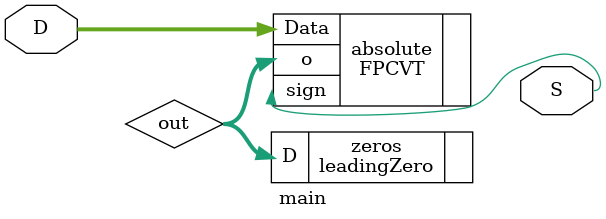
<source format=v>
`timescale 1ns / 1ps
module main(D, S);

input wire [11:0] D;
output wire S;

wire [11:0] out;

FPCVT absolute (
	.Data(D),
	.o(out),
	.sign(S)
);

leadingZero zeros(
	.D(out)
);


endmodule



</source>
